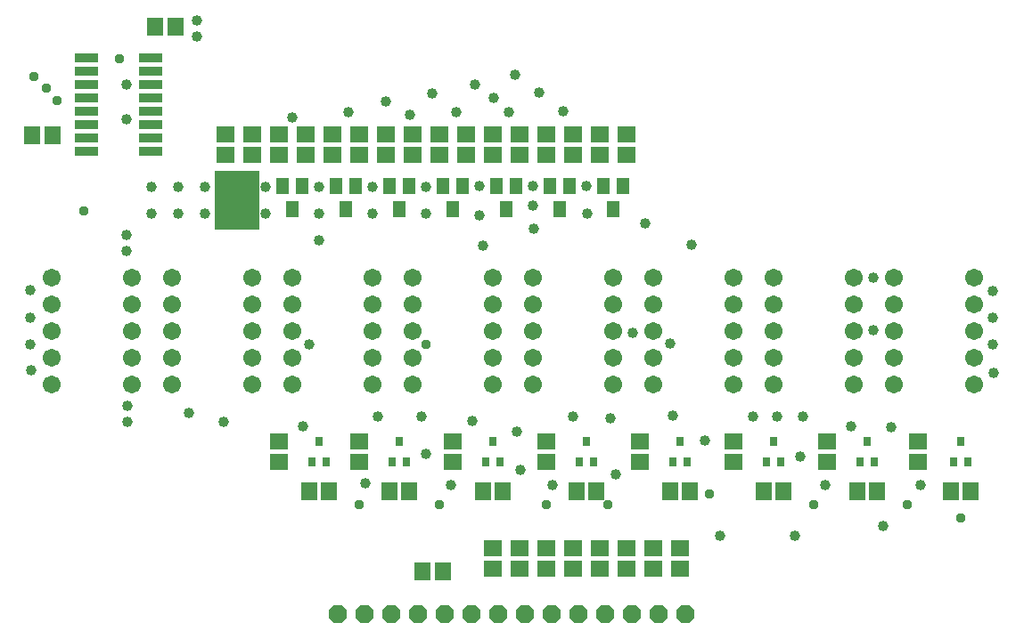
<source format=gbr>
G04 EAGLE Gerber RS-274X export*
G75*
%MOMM*%
%FSLAX34Y34*%
%LPD*%
%INSoldermask Top*%
%IPPOS*%
%AMOC8*
5,1,8,0,0,1.08239X$1,22.5*%
G01*
%ADD10R,4.318000X5.588000*%
%ADD11R,2.235200X0.863600*%
%ADD12C,1.703200*%
%ADD13R,1.203200X1.603200*%
%ADD14R,1.703200X1.503200*%
%ADD15R,0.743200X0.898200*%
%ADD16R,1.503200X1.703200*%
%ADD17P,1.852186X8X22.500000*%
%ADD18C,0.959600*%
%ADD19C,1.009600*%


D10*
X227330Y429260D03*
D11*
X83566Y565150D03*
X145034Y565150D03*
X83566Y552450D03*
X83566Y539750D03*
X145034Y552450D03*
X145034Y539750D03*
X83566Y527050D03*
X145034Y527050D03*
X83566Y514350D03*
X145034Y514350D03*
X83566Y501650D03*
X83566Y488950D03*
X145034Y501650D03*
X145034Y488950D03*
X83566Y476250D03*
X145034Y476250D03*
D12*
X50800Y355600D03*
X50800Y330200D03*
X50800Y304800D03*
X50800Y279400D03*
X50800Y254000D03*
X127000Y254000D03*
X127000Y279400D03*
X127000Y304800D03*
X127000Y330200D03*
X127000Y355600D03*
X165100Y355600D03*
X165100Y330200D03*
X165100Y304800D03*
X165100Y279400D03*
X165100Y254000D03*
X241300Y254000D03*
X241300Y279400D03*
X241300Y304800D03*
X241300Y330200D03*
X241300Y355600D03*
X279400Y355600D03*
X279400Y330200D03*
X279400Y304800D03*
X279400Y279400D03*
X279400Y254000D03*
X355600Y254000D03*
X355600Y279400D03*
X355600Y304800D03*
X355600Y330200D03*
X355600Y355600D03*
X393700Y355600D03*
X393700Y330200D03*
X393700Y304800D03*
X393700Y279400D03*
X393700Y254000D03*
X469900Y254000D03*
X469900Y279400D03*
X469900Y304800D03*
X469900Y330200D03*
X469900Y355600D03*
X508000Y355600D03*
X508000Y330200D03*
X508000Y304800D03*
X508000Y279400D03*
X508000Y254000D03*
X584200Y254000D03*
X584200Y279400D03*
X584200Y304800D03*
X584200Y330200D03*
X584200Y355600D03*
X622300Y355600D03*
X622300Y330200D03*
X622300Y304800D03*
X622300Y279400D03*
X622300Y254000D03*
X698500Y254000D03*
X698500Y279400D03*
X698500Y304800D03*
X698500Y330200D03*
X698500Y355600D03*
X736600Y355600D03*
X736600Y330200D03*
X736600Y304800D03*
X736600Y279400D03*
X736600Y254000D03*
X812800Y254000D03*
X812800Y279400D03*
X812800Y304800D03*
X812800Y330200D03*
X812800Y355600D03*
X850900Y355600D03*
X850900Y330200D03*
X850900Y304800D03*
X850900Y279400D03*
X850900Y254000D03*
X927100Y254000D03*
X927100Y279400D03*
X927100Y304800D03*
X927100Y330200D03*
X927100Y355600D03*
D13*
X288900Y442800D03*
X269900Y442800D03*
X279400Y420800D03*
D14*
X342900Y181000D03*
X342900Y200000D03*
X431800Y181000D03*
X431800Y200000D03*
X520700Y181000D03*
X520700Y200000D03*
X609600Y181000D03*
X609600Y200000D03*
X698500Y181000D03*
X698500Y200000D03*
X787400Y181000D03*
X787400Y200000D03*
X873760Y181000D03*
X873760Y200000D03*
X266700Y181000D03*
X266700Y200000D03*
D13*
X238100Y442800D03*
X219100Y442800D03*
X228600Y420800D03*
X339700Y442800D03*
X320700Y442800D03*
X330200Y420800D03*
X390500Y442800D03*
X371500Y442800D03*
X381000Y420800D03*
X441300Y442800D03*
X422300Y442800D03*
X431800Y420800D03*
X492100Y442800D03*
X473100Y442800D03*
X482600Y420800D03*
X542900Y442800D03*
X523900Y442800D03*
X533400Y420800D03*
X593700Y442800D03*
X574700Y442800D03*
X584200Y420800D03*
D14*
X241300Y492100D03*
X241300Y473100D03*
X292100Y492100D03*
X292100Y473100D03*
X342900Y492100D03*
X342900Y473100D03*
X393700Y492100D03*
X393700Y473100D03*
X444500Y492100D03*
X444500Y473100D03*
X495300Y492100D03*
X495300Y473100D03*
X546100Y492100D03*
X546100Y473100D03*
X596900Y492100D03*
X596900Y473100D03*
X215900Y492100D03*
X215900Y473100D03*
X266700Y492100D03*
X266700Y473100D03*
X317500Y492100D03*
X317500Y473100D03*
X368300Y492100D03*
X368300Y473100D03*
X419100Y492100D03*
X419100Y473100D03*
X469900Y492100D03*
X469900Y473100D03*
X520700Y492100D03*
X520700Y473100D03*
X571500Y492100D03*
X571500Y473100D03*
D15*
X374500Y180780D03*
X387500Y180780D03*
X381000Y200220D03*
X463400Y180780D03*
X476400Y180780D03*
X469900Y200220D03*
X552300Y180780D03*
X565300Y180780D03*
X558800Y200220D03*
X641200Y180780D03*
X654200Y180780D03*
X647700Y200220D03*
X730100Y180780D03*
X743100Y180780D03*
X736600Y200220D03*
X819000Y180780D03*
X832000Y180780D03*
X825500Y200220D03*
X907900Y180780D03*
X920900Y180780D03*
X914400Y200220D03*
X298300Y180780D03*
X311300Y180780D03*
X304800Y200220D03*
D16*
X371500Y152400D03*
X390500Y152400D03*
X460400Y152400D03*
X479400Y152400D03*
X549300Y152400D03*
X568300Y152400D03*
X638200Y152400D03*
X657200Y152400D03*
X727100Y152400D03*
X746100Y152400D03*
X816000Y152400D03*
X835000Y152400D03*
X904900Y152400D03*
X923900Y152400D03*
X295300Y152400D03*
X314300Y152400D03*
D14*
X495300Y98400D03*
X495300Y79400D03*
X520700Y98400D03*
X520700Y79400D03*
X546100Y98400D03*
X546100Y79400D03*
X571500Y98400D03*
X571500Y79400D03*
X596900Y98400D03*
X596900Y79400D03*
X622300Y98400D03*
X622300Y79400D03*
X647700Y98400D03*
X647700Y79400D03*
X469900Y98400D03*
X469900Y79400D03*
D16*
X149250Y594360D03*
X168250Y594360D03*
D17*
X322812Y35907D03*
X348212Y35907D03*
X373612Y35907D03*
X399012Y35907D03*
X424412Y35907D03*
X449812Y35907D03*
X475212Y35907D03*
X500612Y35907D03*
X526012Y35907D03*
X551412Y35907D03*
X576812Y35907D03*
X602212Y35907D03*
X627612Y35907D03*
X653012Y35907D03*
D16*
X422250Y76200D03*
X403250Y76200D03*
X32410Y491490D03*
X51410Y491490D03*
D18*
X342900Y139700D03*
X419100Y139700D03*
X520700Y139700D03*
X579120Y139700D03*
X675640Y149860D03*
X774700Y139700D03*
X863600Y139700D03*
X115570Y563880D03*
X914400Y127000D03*
X406400Y292100D03*
X34290Y547370D03*
X45720Y535940D03*
X55880Y524510D03*
D19*
X254000Y441960D03*
X196850Y441960D03*
X196850Y416560D03*
X171450Y416560D03*
X171450Y441960D03*
X146050Y441960D03*
X146050Y416560D03*
X254000Y416560D03*
X304800Y441960D03*
X304800Y416560D03*
X304800Y391160D03*
X355600Y441960D03*
X355600Y416560D03*
X406400Y441960D03*
X406400Y416560D03*
X450850Y219710D03*
X492760Y209550D03*
X496570Y172720D03*
X527050Y158750D03*
X457200Y443230D03*
X457200Y415290D03*
X461010Y386080D03*
X508000Y443230D03*
X508000Y424180D03*
X509270Y402590D03*
X638810Y293370D03*
X717550Y223520D03*
X740410Y223520D03*
X764540Y223520D03*
X762000Y185420D03*
X786130Y158750D03*
X558800Y443230D03*
X560070Y416560D03*
X614680Y407670D03*
X659130Y387350D03*
X279400Y508000D03*
X332740Y513080D03*
X368300Y523240D03*
X391160Y510540D03*
X412750Y530860D03*
X435610Y513080D03*
X453390Y539750D03*
X471170Y527050D03*
X485140Y513080D03*
X491490Y548640D03*
X514350Y532130D03*
X537210Y514350D03*
X123190Y233680D03*
X123190Y218440D03*
X121920Y381000D03*
X121920Y396240D03*
X31750Y267970D03*
X30480Y292100D03*
X30480Y317500D03*
X30480Y344170D03*
X944880Y342900D03*
X944880Y317500D03*
X944880Y292100D03*
X946150Y265430D03*
X189230Y600710D03*
X189230Y585470D03*
X181610Y227330D03*
X214630Y218440D03*
X360680Y223520D03*
X402590Y223520D03*
X406400Y187960D03*
X430530Y158750D03*
X289560Y214630D03*
X349250Y160020D03*
X546100Y223520D03*
X581660Y222250D03*
X586740Y168910D03*
X641350Y224790D03*
X671830Y200660D03*
X810260Y214630D03*
X848360Y213360D03*
X876300Y158750D03*
X840740Y119380D03*
X756920Y110490D03*
X685800Y110490D03*
X295910Y292100D03*
X603250Y303530D03*
X831850Y306070D03*
X831850Y355600D03*
X121920Y539750D03*
X121920Y506730D03*
D18*
X81280Y419100D03*
M02*

</source>
